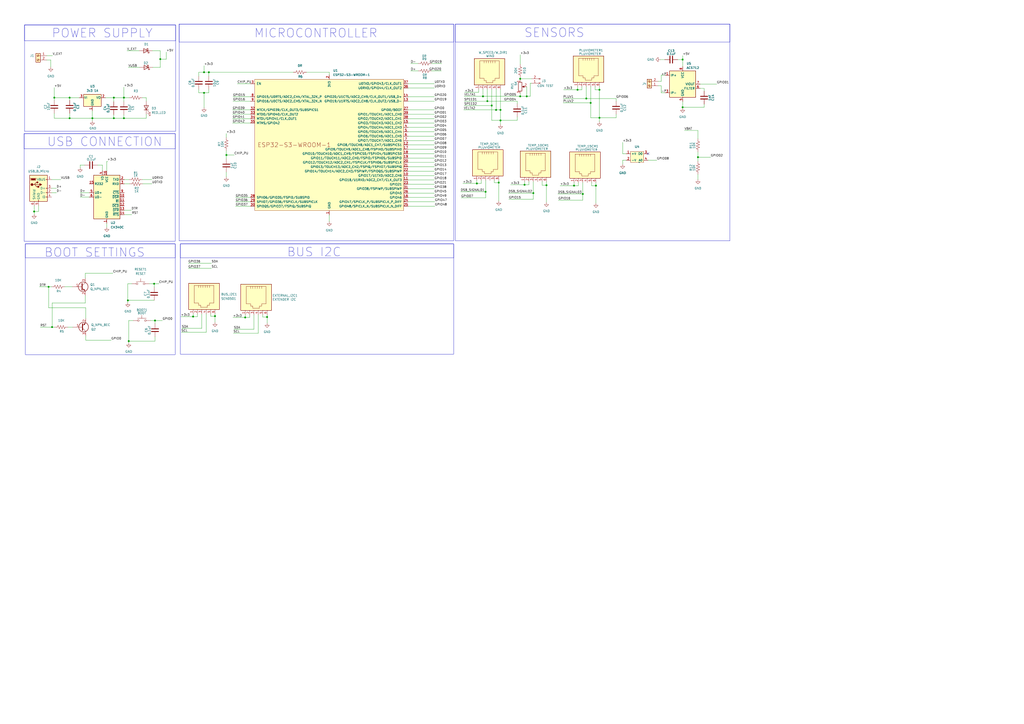
<source format=kicad_sch>
(kicad_sch (version 20230121) (generator eeschema)
  (paper "A2")
  (title_block (title "ESTACION METEOROLOGICA") (rev "V1") (company "iSebas Producciones"))
  (lib_symbols
    (symbol "Connector:6P6C" (pin_names (offset 1.016))
      (property "Reference" "J" (at -5.08 11.43 0))
      (property "Value" "6P6C" (at 2.54 11.43 0))
      (symbol "6P6C_1_1"
        (pin passive line (at 10.16 -5.08 180) (length 2.54) (name "~") (number "1"))
        (pin passive line (at 10.16 -2.54 180) (length 2.54) (name "~") (number "2"))
        (pin passive line (at 10.16 0 180) (length 2.54) (name "~") (number "3"))
        (pin passive line (at 10.16 2.54 180) (length 2.54) (name "~") (number "4"))
        (pin passive line (at 10.16 5.08 180) (length 2.54) (name "~") (number "5"))
        (pin passive line (at 10.16 7.62 180) (length 2.54) (name "~") (number "6"))
      )
    )
    (symbol "Connector:Conn_01x02_Pin" (pin_names (offset 1.016) hide)
      (property "Reference" "J" (at 0 2.54 0))
      (property "Value" "Conn_01x02_Pin" (at 0 -5.08 0))
      (symbol "Conn_01x02_Pin_1_1"
        (pin passive line (at 5.08 0 180) (length 3.81) (name "Pin_1") (number "1"))
        (pin passive line (at 5.08 -2.54 180) (length 3.81) (name "Pin_2") (number "2"))
      )
    )
    (symbol "Connector:Screw_Terminal_01x02" (pin_names (offset 1.016) hide)
      (property "Reference" "J" (at 0 2.54 0))
      (property "Value" "Screw_Terminal_01x02" (at 0 -5.08 0))
      (symbol "Screw_Terminal_01x02_1_1"
        (pin passive line (at -5.08 0 0) (length 3.81) (name "Pin_1") (number "1"))
        (pin passive line (at -5.08 -2.54 0) (length 3.81) (name "Pin_2") (number "2"))
      )
    )
    (symbol "Connector:USB_B_Micro" (pin_names (offset 1.016))
      (property "Reference" "J" (at -5.08 11.43 0))
      (property "Value" "USB_B_Micro" (at -5.08 8.89 0))
      (symbol "USB_B_Micro_1_1"
        (pin power_out line (at 7.62 5.08 180) (length 2.54) (name "VBUS") (number "1"))
        (pin bidirectional line (at 7.62 -2.54 180) (length 2.54) (name "D-") (number "2"))
        (pin bidirectional line (at 7.62 0 180) (length 2.54) (name "D+") (number "3"))
        (pin passive line (at 7.62 -5.08 180) (length 2.54) (name "ID") (number "4"))
        (pin power_out line (at 0 -10.16 90) (length 2.54) (name "GND") (number "5"))
        (pin passive line (at -2.54 -10.16 90) (length 2.54) (name "Shield") (number "6"))
      )
    )
    (symbol "Device:C" (pin_numbers hide) (pin_names (offset 0.254))
      (property "Reference" "C" (at 0.635 2.54 0))
      (property "Value" "C" (at 0.635 -2.54 0))
      (symbol "C_1_1"
        (pin passive line (at 0 3.81 270) (length 2.794) (name "~") (number "1"))
        (pin passive line (at 0 -3.81 90) (length 2.794) (name "~") (number "2"))
      )
    )
    (symbol "Device:D_Schottky" (pin_numbers hide) (pin_names (offset 1.016) hide)
      (property "Reference" "D" (at 0 2.54 0))
      (property "Value" "D_Schottky" (at 0 -2.54 0))
      (symbol "D_Schottky_1_1"
        (pin passive line (at -3.81 0 0) (length 2.54) (name "K") (number "1"))
        (pin passive line (at 3.81 0 180) (length 2.54) (name "A") (number "2"))
      )
    )
    (symbol "Device:LED" (pin_numbers hide) (pin_names (offset 1.016) hide)
      (property "Reference" "D" (at 0 2.54 0))
      (property "Value" "LED" (at 0 -2.54 0))
      (symbol "LED_1_1"
        (pin passive line (at -3.81 0 0) (length 2.54) (name "K") (number "1"))
        (pin passive line (at 3.81 0 180) (length 2.54) (name "A") (number "2"))
      )
    )
    (symbol "Device:Q_NPN_BEC" (pin_names (offset 0) hide)
      (property "Reference" "Q" (at 5.08 1.27 0))
      (property "Value" "Q_NPN_BEC" (at 5.08 -1.27 0))
      (symbol "Q_NPN_BEC_1_1"
        (pin input line (at -5.08 0 0) (length 5.715) (name "B") (number "1"))
        (pin passive line (at 2.54 -5.08 90) (length 2.54) (name "E") (number "2"))
        (pin passive line (at 2.54 5.08 270) (length 2.54) (name "C") (number "3"))
      )
    )
    (symbol "Device:R_Potentiometer" (pin_names (offset 1.016) hide)
      (property "Reference" "RV" (at -4.445 0 90))
      (property "Value" "R_Potentiometer" (at -2.54 0 90))
      (symbol "R_Potentiometer_1_1"
        (pin passive line (at 0 3.81 270) (length 1.27) (name "1") (number "1"))
        (pin passive line (at 3.81 0 180) (length 1.27) (name "2") (number "2"))
        (pin passive line (at 0 -3.81 90) (length 1.27) (name "3") (number "3"))
      )
    )
    (symbol "Device:R_US" (pin_numbers hide) (pin_names (offset 0))
      (property "Reference" "R" (at 2.54 0 90))
      (property "Value" "R_US" (at -2.54 0 90))
      (symbol "R_US_1_1"
        (pin passive line (at 0 3.81 270) (length 1.27) (name "~") (number "1"))
        (pin passive line (at 0 -3.81 90) (length 1.27) (name "~") (number "2"))
      )
    )
    (symbol "ESTACION:SIG2991"
      (property "Reference" "U" (at 0 0 0))
      (symbol "SIG2991_1_1"
        (pin input line (at -6.35 2.54 0) (length 2.54) (name "+V") (number "1"))
        (pin input line (at -6.35 -1.27 0) (length 2.54) (name "-V") (number "2"))
        (pin output line (at 6.35 2.54 180) (length 2.54) (name "D0") (number "3"))
        (pin output line (at 6.35 -1.27 180) (length 2.54) (name "A0") (number "4"))
      )
    )
    (symbol "Interface_USB:CH340C"
      (property "Reference" "U" (at -5.08 13.97 0))
      (property "Value" "CH340C" (at 1.27 13.97 0))
      (symbol "CH340C_1_1"
        (pin power_in line (at 0 -15.24 90) (length 2.54) (name "GND") (number "1"))
        (pin input line (at 10.16 0 180) (length 2.54) (name "~{DSR}") (number "10"))
        (pin input line (at 10.16 -2.54 180) (length 2.54) (name "~{RI}") (number "11"))
        (pin input line (at 10.16 -5.08 180) (length 2.54) (name "~{DCD}") (number "12"))
        (pin output line (at 10.16 -7.62 180) (length 2.54) (name "~{DTR}") (number "13"))
        (pin output line (at 10.16 -10.16 180) (length 2.54) (name "~{RTS}") (number "14"))
        (pin input line (at -10.16 7.62 0) (length 2.54) (name "R232") (number "15"))
        (pin power_in line (at 0 15.24 270) (length 2.54) (name "VCC") (number "16"))
        (pin output line (at 10.16 10.16 180) (length 2.54) (name "TXD") (number "2"))
        (pin input line (at 10.16 7.62 180) (length 2.54) (name "RXD") (number "3"))
        (pin passive line (at -2.54 15.24 270) (length 2.54) (name "V3") (number "4"))
        (pin bidirectional line (at -10.16 2.54 0) (length 2.54) (name "UD+") (number "5"))
        (pin bidirectional line (at -10.16 0 0) (length 2.54) (name "UD-") (number "6"))
        (pin no_connect line (at -7.62 -7.62 0) (length 2.54) hide (name "NC") (number "7"))
        (pin no_connect line (at -7.62 -10.16 0) (length 2.54) hide (name "NC") (number "8"))
        (pin input line (at 10.16 2.54 180) (length 2.54) (name "~{CTS}") (number "9"))
      )
    )
    (symbol "PCM_Espressif:ESP32-S3-WROOM-1" (pin_names (offset 1.016))
      (property "Reference" "U" (at -43.18 43.18 0))
      (property "Value" "ESP32-S3-WROOM-1" (at -43.18 40.64 0))
      (symbol "ESP32-S3-WROOM-1_0_0"
        (text "ESP32-S3-WROOM-1" (at -20.32 0 0) (effects (font (size 2.54 2.54))))
        (pin power_in line (at 0 -40.64 90) (length 2.54) (name "GND") (number "1"))
        (pin bidirectional line (at 45.72 -17.78 180) (length 2.54) (name "GPIO17/U1TXD/ADC2_CH6") (number "10"))
        (pin bidirectional line (at 45.72 -20.32 180) (length 2.54) (name "GPIO18/U1RXD/ADC2_CH7/CLK_OUT3") (number "11"))
        (pin bidirectional line (at 45.72 0 180) (length 2.54) (name "GPIO8/TOUCH8/ADC1_CH7/SUBSPICS1") (number "12"))
        (pin bidirectional line (at 45.72 25.4 180) (length 2.54) (name "GPIO19/U1RTS/ADC2_CH8/CLK_OUT2/USB_D-") (number "13"))
        (pin bidirectional line (at 45.72 27.94 180) (length 2.54) (name "GPIO20/U1CTS/ADC2_CH9/CLK_OUT1/USB_D+") (number "14"))
        (pin bidirectional line (at 45.72 12.7 180) (length 2.54) (name "GPIO3/TOUCH3/ADC1_CH2") (number "15"))
        (pin bidirectional line (at 45.72 -30.48 180) (length 2.54) (name "GPIO46") (number "16"))
        (pin bidirectional line (at 45.72 -2.54 180) (length 2.54) (name "GPIO9/TOUCH9/ADC1_CH8/FSPIHD/SUBSPIHD") (number "17"))
        (pin bidirectional line (at 45.72 -5.08 180) (length 2.54) (name "GPIO10/TOUCH10/ADC1_CH9/FSPICS0/FSPIIO4/SUBSPICS0") (number "18"))
        (pin bidirectional line (at 45.72 -7.62 180) (length 2.54) (name "GPIO11/TOUCH11/ADC2_CH0/FSPID/FSPIIO5/SUBSPID") (number "19"))
        (pin power_in line (at 0 40.64 270) (length 2.54) (name "3V3") (number "2"))
        (pin bidirectional line (at 45.72 -10.16 180) (length 2.54) (name "GPIO12/TOUCH12/ADC2_CH1/FSPICLK/FSPIIO6/SUBSPICLK") (number "20"))
        (pin bidirectional line (at 45.72 -12.7 180) (length 2.54) (name "GPIO13/TOUCH13/ADC2_CH2/FSPIQ/FSPIIO7/SUBSPIQ") (number "21"))
        (pin bidirectional line (at 45.72 -15.24 180) (length 2.54) (name "GPIO14/TOUCH14/ADC2_CH3/FSPIWP/FSPIDQS/SUBSPIWP") (number "22"))
        (pin bidirectional line (at 45.72 -22.86 180) (length 2.54) (name "GPIO21") (number "23"))
        (pin bidirectional line (at 45.72 -33.02 180) (length 2.54) (name "GPIO47/SPICLK_P/SUBSPICLK_P_DIFF") (number "24"))
        (pin bidirectional line (at 45.72 -35.56 180) (length 2.54) (name "GPIO48/SPICLK_N/SUBSPICLK_N_DIFF") (number "25"))
        (pin bidirectional line (at 45.72 -27.94 180) (length 2.54) (name "GPIO45") (number "26"))
        (pin bidirectional line (at 45.72 20.32 180) (length 2.54) (name "GPIO0/BOOT") (number "27"))
        (pin bidirectional line (at -45.72 -30.48 0) (length 2.54) (name "SPIIO6/GPIO35/FSPID/SUBSPID") (number "28"))
        (pin bidirectional line (at -45.72 -33.02 0) (length 2.54) (name "SPIIO7/GPIO36/FSPICLK/SUBSPICLK") (number "29"))
        (pin input line (at -45.72 35.56 0) (length 2.54) (name "EN") (number "3"))
        (pin bidirectional line (at -45.72 -35.56 0) (length 2.54) (name "SPIDQS/GPIO37/FSPIQ/SUBSPIQ") (number "30"))
        (pin bidirectional line (at 45.72 -25.4 180) (length 2.54) (name "GPIO38/FSPIWP/SUBSPIWP") (number "31"))
        (pin bidirectional line (at -45.72 20.32 0) (length 2.54) (name "MTCK/GPIO39/CLK_OUT3/SUBSPICS1") (number "32"))
        (pin bidirectional line (at -45.72 17.78 0) (length 2.54) (name "MTDO/GPIO40/CLK_OUT2") (number "33"))
        (pin bidirectional line (at -45.72 15.24 0) (length 2.54) (name "MTDI/GPIO41/CLK_OUT1") (number "34"))
        (pin bidirectional line (at -45.72 12.7 0) (length 2.54) (name "MTMS/GPIO42") (number "35"))
        (pin bidirectional line (at 45.72 33.02 180) (length 2.54) (name "U0RXD/GPIO44/CLK_OUT2") (number "36"))
        (pin bidirectional line (at 45.72 35.56 180) (length 2.54) (name "U0TXD/GPIO43/CLK_OUT1") (number "37"))
        (pin bidirectional line (at 45.72 15.24 180) (length 2.54) (name "GPIO2/TOUCH2/ADC1_CH1") (number "38"))
        (pin bidirectional line (at 45.72 17.78 180) (length 2.54) (name "GPIO1/TOUCH1/ADC1_CH0") (number "39"))
        (pin bidirectional line (at 45.72 10.16 180) (length 2.54) (name "GPIO4/TOUCH4/ADC1_CH3") (number "4"))
        (pin passive line (at 0 -40.64 90) (length 2.54) hide (name "GND") (number "40"))
        (pin passive line (at 0 -40.64 90) (length 2.54) hide (name "GND") (number "41"))
        (pin bidirectional line (at 45.72 7.62 180) (length 2.54) (name "GPIO5/TOUCH5/ADC1_CH4") (number "5"))
        (pin bidirectional line (at 45.72 5.08 180) (length 2.54) (name "GPIO6/TOUCH6/ADC1_CH5") (number "6"))
        (pin bidirectional line (at 45.72 2.54 180) (length 2.54) (name "GPIO7/TOUCH7/ADC1_CH6") (number "7"))
        (pin bidirectional line (at -45.72 27.94 0) (length 2.54) (name "GPIO15/U0RTS/ADC2_CH4/XTAL_32K_P") (number "8"))
        (pin bidirectional line (at -45.72 25.4 0) (length 2.54) (name "GPIO16/U0CTS/ADC2_CH5/XTAL_32K_N") (number "9"))
      )
    )
    (symbol "Regulator_Linear:AZ1117-3.3" (pin_names (offset 0.254))
      (property "Reference" "U" (at -3.81 3.175 0))
      (property "Value" "AZ1117-3.3" (at 0 3.175 0))
      (symbol "AZ1117-3.3_1_1"
        (pin power_in line (at 0 -7.62 90) (length 2.54) (name "GND") (number "1"))
        (pin power_out line (at 7.62 0 180) (length 2.54) (name "VO") (number "2"))
        (pin power_in line (at -7.62 0 0) (length 2.54) (name "VI") (number "3"))
      )
    )
    (symbol "Sensor_Current:ACS712xLCTR-05B"
      (property "Reference" "U" (at 2.54 11.43 0))
      (property "Value" "ACS712xLCTR-05B" (at 2.54 8.89 0))
      (symbol "ACS712xLCTR-05B_1_1"
        (pin passive line (at -10.16 5.08 0) (length 2.54) (name "IP+") (number "1"))
        (pin passive line (at -10.16 5.08 0) (length 2.54) hide (name "IP+") (number "2"))
        (pin passive line (at -10.16 -5.08 0) (length 2.54) (name "IP-") (number "3"))
        (pin passive line (at -10.16 -5.08 0) (length 2.54) hide (name "IP-") (number "4"))
        (pin power_in line (at 0 -10.16 90) (length 2.54) (name "GND") (number "5"))
        (pin passive line (at 10.16 -2.54 180) (length 2.54) (name "FILTER") (number "6"))
        (pin output line (at 10.16 0 180) (length 2.54) (name "VIOUT") (number "7"))
        (pin power_in line (at 0 10.16 270) (length 2.54) (name "VCC") (number "8"))
      )
    )
    (symbol "Switch:SW_Push" (pin_numbers hide) (pin_names (offset 1.016) hide)
      (property "Reference" "SW" (at 1.27 2.54 0))
      (property "Value" "SW_Push" (at 0 -1.524 0))
      (symbol "SW_Push_0_1"
        (pin passive line (at -5.08 0 0) (length 2.54) (name "1") (number "1"))
        (pin passive line (at 5.08 0 180) (length 2.54) (name "2") (number "2"))
      )
    )
    (symbol "power:GND" (power) (pin_names (offset 0))
      (property "Value" "GND" (at 0 -3.81 0))
      (symbol "GND_1_1"
        (pin power_in line (at 0 0 270) (length 0) hide (name "GND") (number "1"))
      )
    )
  )
  (junction (at 332.994 107.696))
  (junction (at 74.168 174.244))
  (junction (at 40.386 56.642))
  (junction (at 340.106 57.15))
  (junction (at 395.986 62.23))
  (junction (at 304.292 107.188))
  (junction (at 338.074 112.522))
  (junction (at 342.646 59.69))
  (junction (at 142.24 184.15))
  (junction (at 92.964 34.29))
  (junction (at 40.386 68.58))
  (junction (at 118.364 41.91))
  (junction (at 301.752 55.88))
  (junction (at 281.686 111.252))
  (junction (at 124.714 183.388))
  (junction (at 19.812 122.682))
  (junction (at 404.876 91.186))
  (junction (at 305.562 55.88))
  (junction (at 282.702 58.674))
  (junction (at 118.364 53.848))
  (junction (at 316.992 107.442))
  (junction (at 309.372 112.014))
  (junction (at 154.94 183.896))
  (junction (at 131.318 89.916))
  (junction (at 66.04 56.642))
  (junction (at 66.04 68.58))
  (junction (at 31.496 56.642))
  (junction (at 28.194 166.37))
  (junction (at 345.694 107.696))
  (junction (at 89.916 185.928))
  (junction (at 285.242 61.214))
  (junction (at 301.752 45.72))
  (junction (at 289.306 105.918))
  (junction (at 290.322 69.85))
  (junction (at 347.726 52.07))
  (junction (at 290.322 63.754))
  (junction (at 335.026 52.07))
  (junction (at 347.726 68.326))
  (junction (at 276.606 106.426))
  (junction (at 30.226 189.738))
  (junction (at 280.162 55.88))
  (junction (at 89.408 164.592))
  (junction (at 395.986 34.544))
  (junction (at 71.882 56.642))
  (junction (at 74.676 197.866))
  (junction (at 53.594 68.58))
  (junction (at 121.158 41.91))
  (junction (at 287.782 63.754))
  (junction (at 112.014 183.642))
  (junction (at 71.882 68.58))
  (no_connect (at 375.92 89.154))
  (wire (pts (xy 290.322 51.816) (xy 290.322 63.754)))
  (wire (pts (xy 357.378 57.15) (xy 357.378 58.674)))
  (wire (pts (xy 323.596 112.522) (xy 338.074 112.522)))
  (wire (pts (xy 29.464 34.798) (xy 29.464 38.862)))
  (wire (pts (xy 121.158 41.91) (xy 121.158 44.196)))
  (wire (pts (xy 19.812 124.206) (xy 19.812 122.682)))
  (wire (pts (xy 268.478 106.426) (xy 276.606 106.426)))
  (wire (pts (xy 66.04 68.58) (xy 66.04 66.548)))
  (wire (pts (xy 49.784 178.562) (xy 28.194 178.562)))
  (wire (pts (xy 72.136 106.68) (xy 75.184 106.68)))
  (wire (pts (xy 290.322 63.754) (xy 290.322 69.85)))
  (wire (pts (xy 361.188 92.964) (xy 361.188 95.25)))
  (wire (pts (xy 118.364 38.1) (xy 118.364 41.91)))
  (wire (pts (xy 269.494 53.594) (xy 277.622 53.594)))
  (wire (pts (xy 31.496 56.642) (xy 31.496 58.166)))
  (wire (pts (xy 134.874 66.294) (xy 145.288 66.294)))
  (wire (pts (xy 342.646 59.69) (xy 342.646 68.326)))
  (wire (pts (xy 88.392 29.464) (xy 92.964 29.464)))
  (wire (pts (xy 304.292 105.41) (xy 304.292 107.188)))
  (wire (pts (xy 114.554 182.118) (xy 114.554 183.642)))
  (wire (pts (xy 119.634 182.118) (xy 119.634 192.786)))
  (wire (pts (xy 28.194 178.562) (xy 28.194 166.37)))
  (wire (pts (xy 307.594 48.26) (xy 307.594 55.88)))
  (wire (pts (xy 115.316 53.848) (xy 118.364 53.848)))
  (wire (pts (xy 309.372 112.014) (xy 309.372 115.57)))
  (wire (pts (xy 29.972 104.14) (xy 35.306 104.14)))
  (wire (pts (xy 49.53 158.496) (xy 65.532 158.496)))
  (wire (pts (xy 282.702 58.674) (xy 299.974 58.674)))
  (wire (pts (xy 27.178 34.798) (xy 29.464 34.798)))
  (wire (pts (xy 347.726 50.292) (xy 347.726 52.07)))
  (wire (pts (xy 89.916 185.928) (xy 89.916 187.706)))
  (wire (pts (xy 121.158 53.848) (xy 121.158 51.816)))
  (wire (pts (xy 137.668 48.514) (xy 145.288 48.514)))
  (wire (pts (xy 19.812 119.38) (xy 19.812 122.682)))
  (wire (pts (xy 236.728 84.074) (xy 251.968 84.074)))
  (wire (pts (xy 84.836 56.642) (xy 84.836 58.674)))
  (wire (pts (xy 144.78 182.626) (xy 144.78 184.15)))
  (wire (pts (xy 269.24 58.674) (xy 282.702 58.674)))
  (wire (pts (xy 45.974 56.642) (xy 40.386 56.642)))
  (wire (pts (xy 236.728 101.854) (xy 251.968 101.854)))
  (wire (pts (xy 347.726 52.07) (xy 347.726 68.326)))
  (wire (pts (xy 131.318 89.916) (xy 131.318 92.202)))
  (wire (pts (xy 134.874 71.374) (xy 145.288 71.374)))
  (wire (pts (xy 82.804 106.68) (xy 88.138 106.68)))
  (wire (pts (xy 250.19 36.83) (xy 256.286 36.83)))
  (wire (pts (xy 136.652 114.554) (xy 145.288 114.554)))
  (wire (pts (xy 152.4 183.896) (xy 154.94 183.896)))
  (wire (pts (xy 286.766 104.648) (xy 286.766 105.918)))
  (wire (pts (xy 301.752 54.102) (xy 301.752 55.88)))
  (wire (pts (xy 46.482 111.76) (xy 51.816 111.76)))
  (wire (pts (xy 301.752 31.75) (xy 301.752 37.338)))
  (wire (pts (xy 71.882 56.642) (xy 71.882 58.928)))
  (wire (pts (xy 236.728 119.634) (xy 252.222 119.634)))
  (wire (pts (xy 276.606 104.648) (xy 276.606 106.426)))
  (wire (pts (xy 49.022 95.758) (xy 46.482 95.758)))
  (wire (pts (xy 124.714 183.388) (xy 124.714 186.944)))
  (wire (pts (xy 342.646 50.292) (xy 342.646 59.69)))
  (wire (pts (xy 337.566 52.07) (xy 335.026 52.07)))
  (wire (pts (xy 136.652 117.094) (xy 145.288 117.094)))
  (wire (pts (xy 122.174 183.388) (xy 124.714 183.388)))
  (wire (pts (xy 375.92 92.964) (xy 381 92.964)))
  (wire (pts (xy 326.898 52.07) (xy 335.026 52.07)))
  (wire (pts (xy 30.48 32.258) (xy 27.178 32.258)))
  (wire (pts (xy 309.372 105.41) (xy 309.372 112.014)))
  (wire (pts (xy 301.752 45.72) (xy 301.752 46.482)))
  (wire (pts (xy 363.22 89.154) (xy 361.188 89.154)))
  (wire (pts (xy 395.986 58.928) (xy 395.986 62.23)))
  (wire (pts (xy 337.566 50.292) (xy 337.566 52.07)))
  (wire (pts (xy 307.594 55.88) (xy 305.562 55.88)))
  (wire (pts (xy 308.356 48.26) (xy 307.594 48.26)))
  (wire (pts (xy 343.154 105.918) (xy 343.154 107.696)))
  (wire (pts (xy 49.784 194.818) (xy 49.784 197.358)))
  (wire (pts (xy 77.216 185.928) (xy 74.676 185.928)))
  (wire (pts (xy 282.702 51.816) (xy 282.702 58.674)))
  (wire (pts (xy 49.784 197.358) (xy 64.516 197.358)))
  (wire (pts (xy 30.226 175.768) (xy 30.226 189.738)))
  (wire (pts (xy 72.136 121.92) (xy 76.2 121.92)))
  (wire (pts (xy 383.032 34.544) (xy 385.572 34.544)))
  (wire (pts (xy 335.026 50.292) (xy 335.026 52.07)))
  (wire (pts (xy 236.728 63.754) (xy 251.968 63.754)))
  (wire (pts (xy 305.562 55.88) (xy 301.752 55.88)))
  (wire (pts (xy 112.014 182.118) (xy 112.014 183.642)))
  (wire (pts (xy 109.22 155.702) (xy 122.682 155.702)))
  (wire (pts (xy 74.168 174.244) (xy 74.168 175.514)))
  (wire (pts (xy 236.728 91.694) (xy 251.968 91.694)))
  (wire (pts (xy 381.762 49.784) (xy 383.54 49.784)))
  (wire (pts (xy 109.22 152.654) (xy 122.682 152.654)))
  (wire (pts (xy 131.318 87.376) (xy 131.318 89.916)))
  (wire (pts (xy 29.972 109.22) (xy 32.766 109.22)))
  (wire (pts (xy 299.974 69.85) (xy 290.322 69.85)))
  (wire (pts (xy 74.168 174.244) (xy 89.408 174.244)))
  (wire (pts (xy 236.728 109.474) (xy 251.968 109.474)))
  (wire (pts (xy 287.782 51.816) (xy 287.782 63.754)))
  (wire (pts (xy 71.882 56.642) (xy 74.93 56.642)))
  (wire (pts (xy 281.686 111.252) (xy 281.686 114.808)))
  (wire (pts (xy 345.694 107.696) (xy 345.694 117.856)))
  (wire (pts (xy 395.986 62.23) (xy 395.986 62.738)))
  (wire (pts (xy 236.728 48.514) (xy 251.968 48.514)))
  (wire (pts (xy 236.728 104.394) (xy 251.968 104.394)))
  (wire (pts (xy 115.316 53.848) (xy 115.316 51.816)))
  (wire (pts (xy 342.646 68.326) (xy 347.726 68.326)))
  (wire (pts (xy 89.408 164.592) (xy 89.408 166.624)))
  (wire (pts (xy 136.652 119.634) (xy 145.288 119.634)))
  (wire (pts (xy 316.992 105.41) (xy 316.992 107.442)))
  (wire (pts (xy 287.782 63.754) (xy 290.322 63.754)))
  (wire (pts (xy 86.614 164.592) (xy 89.408 164.592)))
  (wire (pts (xy 135.128 58.674) (xy 145.288 58.674)))
  (wire (pts (xy 408.432 60.452) (xy 408.432 62.23)))
  (wire (pts (xy 383.54 49.784) (xy 383.54 53.848)))
  (wire (pts (xy 74.676 185.928) (xy 74.676 197.866)))
  (wire (pts (xy 92.964 34.29) (xy 96.52 34.29)))
  (wire (pts (xy 82.55 104.14) (xy 88.138 104.14)))
  (wire (pts (xy 135.128 56.134) (xy 145.288 56.134)))
  (wire (pts (xy 177.8 41.91) (xy 191.008 41.91)))
  (wire (pts (xy 236.728 117.094) (xy 252.222 117.094)))
  (wire (pts (xy 236.728 71.374) (xy 251.968 71.374)))
  (wire (pts (xy 40.386 56.642) (xy 40.386 58.166)))
  (wire (pts (xy 236.728 112.014) (xy 251.968 112.014)))
  (wire (pts (xy 404.876 91.186) (xy 404.876 93.472)))
  (wire (pts (xy 404.876 75.692) (xy 404.876 80.518)))
  (wire (pts (xy 286.766 105.918) (xy 289.306 105.918)))
  (wire (pts (xy 408.432 62.23) (xy 395.986 62.23)))
  (wire (pts (xy 28.194 166.37) (xy 29.972 166.37)))
  (wire (pts (xy 323.85 116.078) (xy 338.074 116.078)))
  (wire (pts (xy 147.32 182.626) (xy 147.32 191.008)))
  (wire (pts (xy 135.382 193.294) (xy 149.86 193.294)))
  (wire (pts (xy 117.094 182.118) (xy 117.094 190.5)))
  (wire (pts (xy 66.04 68.58) (xy 71.882 68.58)))
  (wire (pts (xy 338.074 105.918) (xy 338.074 112.522)))
  (wire (pts (xy 49.53 171.45) (xy 49.53 175.768)))
  (wire (pts (xy 406.146 51.308) (xy 408.432 51.308)))
  (wire (pts (xy 289.306 105.918) (xy 289.306 116.586)))
  (wire (pts (xy 61.976 129.54) (xy 61.976 131.826)))
  (wire (pts (xy 238.252 41.148) (xy 242.57 41.148)))
  (wire (pts (xy 285.242 51.816) (xy 285.242 61.214)))
  (wire (pts (xy 395.986 34.544) (xy 395.986 38.608)))
  (wire (pts (xy 345.186 52.07) (xy 347.726 52.07)))
  (wire (pts (xy 324.866 107.696) (xy 332.994 107.696)))
  (wire (pts (xy 152.4 182.626) (xy 152.4 183.896)))
  (wire (pts (xy 267.462 114.808) (xy 281.686 114.808)))
  (wire (pts (xy 61.214 56.642) (xy 66.04 56.642)))
  (wire (pts (xy 343.154 107.696) (xy 345.694 107.696)))
  (wire (pts (xy 236.728 76.454) (xy 251.968 76.454)))
  (wire (pts (xy 290.322 69.85) (xy 290.322 72.136)))
  (wire (pts (xy 23.368 189.738) (xy 30.226 189.738)))
  (wire (pts (xy 406.146 48.768) (xy 415.798 48.768)))
  (wire (pts (xy 89.916 195.326) (xy 89.916 197.866)))
  (wire (pts (xy 22.352 122.682) (xy 22.352 119.38)))
  (wire (pts (xy 121.158 41.91) (xy 170.18 41.91)))
  (wire (pts (xy 82.55 56.642) (xy 84.836 56.642)))
  (wire (pts (xy 381.762 47.244) (xy 383.54 47.244)))
  (wire (pts (xy 53.594 68.58) (xy 66.04 68.58)))
  (wire (pts (xy 397.002 75.692) (xy 404.876 75.692)))
  (wire (pts (xy 236.728 89.154) (xy 251.968 89.154)))
  (wire (pts (xy 395.986 32.258) (xy 395.986 34.544)))
  (wire (pts (xy 49.53 161.29) (xy 49.53 158.496)))
  (wire (pts (xy 92.964 29.464) (xy 92.964 34.29)))
  (wire (pts (xy 404.876 88.138) (xy 404.876 91.186)))
  (wire (pts (xy 281.686 104.648) (xy 281.686 111.252)))
  (wire (pts (xy 363.22 92.964) (xy 361.188 92.964)))
  (wire (pts (xy 73.66 29.464) (xy 80.772 29.464)))
  (wire (pts (xy 53.594 68.58) (xy 53.594 70.104)))
  (wire (pts (xy 191.008 41.91) (xy 191.008 43.434)))
  (wire (pts (xy 277.622 51.816) (xy 277.622 53.594)))
  (wire (pts (xy 76.454 164.592) (xy 74.168 164.592)))
  (wire (pts (xy 301.752 44.958) (xy 301.752 45.72)))
  (wire (pts (xy 135.636 191.008) (xy 147.32 191.008)))
  (wire (pts (xy 105.156 192.786) (xy 119.634 192.786)))
  (wire (pts (xy 340.106 57.15) (xy 357.378 57.15)))
  (wire (pts (xy 46.482 95.758) (xy 46.482 97.282)))
  (wire (pts (xy 124.714 182.118) (xy 124.714 183.388)))
  (wire (pts (xy 19.812 122.682) (xy 22.352 122.682)))
  (wire (pts (xy 72.136 104.14) (xy 74.93 104.14)))
  (wire (pts (xy 357.378 66.294) (xy 357.378 68.326)))
  (wire (pts (xy 299.974 58.674) (xy 299.974 60.198)))
  (wire (pts (xy 142.24 182.626) (xy 142.24 184.15)))
  (wire (pts (xy 105.41 190.5) (xy 117.094 190.5)))
  (wire (pts (xy 236.728 106.934) (xy 251.968 106.934)))
  (wire (pts (xy 404.876 91.186) (xy 412.242 91.186)))
  (wire (pts (xy 306.832 107.188) (xy 304.292 107.188)))
  (wire (pts (xy 144.78 184.15) (xy 142.24 184.15)))
  (wire (pts (xy 335.534 105.918) (xy 335.534 107.696)))
  (wire (pts (xy 383.54 43.688) (xy 385.826 43.688)))
  (wire (pts (xy 31.496 65.786) (xy 31.496 68.58)))
  (wire (pts (xy 149.86 182.626) (xy 149.86 193.294)))
  (wire (pts (xy 134.874 63.754) (xy 145.288 63.754)))
  (wire (pts (xy 345.694 105.918) (xy 345.694 107.696)))
  (wire (pts (xy 122.174 182.118) (xy 122.174 183.388)))
  (wire (pts (xy 250.19 41.148) (xy 256.032 41.148)))
  (wire (pts (xy 361.188 82.55) (xy 361.188 89.154)))
  (wire (pts (xy 131.318 99.822) (xy 131.318 102.616)))
  (wire (pts (xy 236.728 73.914) (xy 251.968 73.914)))
  (wire (pts (xy 46.482 114.3) (xy 51.816 114.3)))
  (wire (pts (xy 236.728 94.234) (xy 251.968 94.234)))
  (wire (pts (xy 301.752 45.72) (xy 308.356 45.72)))
  (wire (pts (xy 236.728 114.554) (xy 251.968 114.554)))
  (wire (pts (xy 236.728 51.054) (xy 251.968 51.054)))
  (wire (pts (xy 408.432 51.308) (xy 408.432 52.832)))
  (wire (pts (xy 131.318 89.916) (xy 135.89 89.916)))
  (wire (pts (xy 40.386 65.786) (xy 40.386 68.58)))
  (wire (pts (xy 39.37 189.738) (xy 42.164 189.738)))
  (wire (pts (xy 279.146 104.648) (xy 279.146 106.426)))
  (wire (pts (xy 114.554 183.642) (xy 112.014 183.642)))
  (wire (pts (xy 305.562 50.292) (xy 305.562 55.88)))
  (wire (pts (xy 89.916 185.928) (xy 94.234 185.928)))
  (wire (pts (xy 154.94 183.896) (xy 154.94 187.452)))
  (wire (pts (xy 236.728 58.674) (xy 251.968 58.674)))
  (wire (pts (xy 62.23 93.726) (xy 61.976 93.726)))
  (wire (pts (xy 84.836 68.58) (xy 71.882 68.58)))
  (wire (pts (xy 61.976 93.726) (xy 61.976 99.06)))
  (wire (pts (xy 118.364 53.848) (xy 118.364 62.484)))
  (wire (pts (xy 74.168 164.592) (xy 74.168 174.244)))
  (wire (pts (xy 347.726 68.326) (xy 347.726 70.612)))
  (wire (pts (xy 236.728 66.294) (xy 251.968 66.294)))
  (wire (pts (xy 326.644 57.15) (xy 340.106 57.15)))
  (wire (pts (xy 89.408 164.592) (xy 92.202 164.592)))
  (wire (pts (xy 306.832 105.41) (xy 306.832 107.188)))
  (wire (pts (xy 236.728 86.614) (xy 251.968 86.614)))
  (wire (pts (xy 296.164 107.188) (xy 304.292 107.188)))
  (wire (pts (xy 285.242 61.214) (xy 285.242 69.85)))
  (wire (pts (xy 383.54 47.244) (xy 383.54 43.688)))
  (wire (pts (xy 131.318 77.47) (xy 131.318 79.756)))
  (wire (pts (xy 142.24 184.15) (xy 135.128 184.15)))
  (wire (pts (xy 71.882 68.58) (xy 71.882 66.548)))
  (wire (pts (xy 289.306 104.648) (xy 289.306 105.918)))
  (wire (pts (xy 338.074 112.522) (xy 338.074 116.078)))
  (wire (pts (xy 49.784 184.658) (xy 49.784 178.562)))
  (wire (pts (xy 59.436 95.758) (xy 56.642 95.758)))
  (wire (pts (xy 40.386 68.58) (xy 53.594 68.58)))
  (wire (pts (xy 357.378 68.326) (xy 347.726 68.326)))
  (wire (pts (xy 269.24 55.88) (xy 280.162 55.88)))
  (wire (pts (xy 62.23 93.472) (xy 62.23 93.726)))
  (wire (pts (xy 118.364 53.848) (xy 121.158 53.848)))
  (wire (pts (xy 87.376 185.928) (xy 89.916 185.928)))
  (wire (pts (xy 268.986 63.754) (xy 287.782 63.754)))
  (wire (pts (xy 280.162 51.816) (xy 280.162 55.88)))
  (wire (pts (xy 280.162 55.88) (xy 301.752 55.88)))
  (wire (pts (xy 340.106 50.292) (xy 340.106 57.15)))
  (wire (pts (xy 236.728 81.534) (xy 251.968 81.534)))
  (wire (pts (xy 71.882 50.546) (xy 71.882 56.642)))
  (wire (pts (xy 31.496 50.8) (xy 31.496 56.642)))
  (wire (pts (xy 236.728 68.834) (xy 251.968 68.834)))
  (wire (pts (xy 236.728 99.314) (xy 251.968 99.314)))
  (wire (pts (xy 66.04 56.642) (xy 66.04 58.928)))
  (wire (pts (xy 314.452 105.41) (xy 314.452 107.442)))
  (wire (pts (xy 22.86 166.37) (xy 28.194 166.37)))
  (wire (pts (xy 115.316 41.91) (xy 115.316 44.196)))
  (wire (pts (xy 314.452 107.442) (xy 316.992 107.442)))
  (wire (pts (xy 118.364 41.91) (xy 121.158 41.91)))
  (wire (pts (xy 92.964 34.29) (xy 92.964 39.116)))
  (wire (pts (xy 72.136 124.46) (xy 76.454 124.46)))
  (wire (pts (xy 299.974 67.818) (xy 299.974 69.85)))
  (wire (pts (xy 74.422 39.116) (xy 81.026 39.116)))
  (wire (pts (xy 53.594 64.262) (xy 53.594 68.58)))
  (wire (pts (xy 236.728 96.774) (xy 251.968 96.774)))
  (wire (pts (xy 285.242 69.85) (xy 290.322 69.85)))
  (wire (pts (xy 279.146 106.426) (xy 276.606 106.426)))
  (wire (pts (xy 37.592 166.37) (xy 41.91 166.37)))
  (wire (pts (xy 30.226 189.738) (xy 31.75 189.738)))
  (wire (pts (xy 112.014 183.642) (xy 104.902 183.642)))
  (wire (pts (xy 332.994 107.696) (xy 335.534 107.696)))
  (wire (pts (xy 236.728 56.134) (xy 251.968 56.134)))
  (wire (pts (xy 345.186 50.292) (xy 345.186 52.07)))
  (wire (pts (xy 154.94 182.626) (xy 154.94 183.896)))
  (wire (pts (xy 49.53 175.768) (xy 30.226 175.768)))
  (wire (pts (xy 269.24 61.214) (xy 285.242 61.214)))
  (wire (pts (xy 332.994 105.918) (xy 332.994 107.696)))
  (wire (pts (xy 404.876 101.092) (xy 404.876 104.14)))
  (wire (pts (xy 295.148 115.57) (xy 309.372 115.57)))
  (wire (pts (xy 84.836 66.294) (xy 84.836 68.58)))
  (wire (pts (xy 393.192 34.544) (xy 395.986 34.544)))
  (wire (pts (xy 326.644 59.69) (xy 342.646 59.69)))
  (wire (pts (xy 238.252 36.83) (xy 242.57 36.83)))
  (wire (pts (xy 31.496 68.58) (xy 40.386 68.58)))
  (wire (pts (xy 236.728 78.994) (xy 251.968 78.994)))
  (wire (pts (xy 66.04 56.642) (xy 71.882 56.642)))
  (wire (pts (xy 191.008 124.714) (xy 191.008 128.524)))
  (wire (pts (xy 74.676 197.866) (xy 74.676 198.882)))
  (wire (pts (xy 383.54 53.848) (xy 385.826 53.848)))
  (wire (pts (xy 134.874 68.834) (xy 145.288 68.834)))
  (wire (pts (xy 74.676 197.866) (xy 89.916 197.866)))
  (wire (pts (xy 96.52 30.226) (xy 96.52 34.29)))
  (wire (pts (xy 316.992 107.442) (xy 316.992 117.348)))
  (wire (pts (xy 40.386 56.642) (xy 31.496 56.642)))
  (wire (pts (xy 92.964 39.116) (xy 88.646 39.116)))
  (wire (pts (xy 29.972 111.76) (xy 32.766 111.76)))
  (wire (pts (xy 115.316 41.91) (xy 118.364 41.91)))
  (wire (pts (xy 267.208 111.252) (xy 281.686 111.252)))
  (wire (pts (xy 294.894 112.014) (xy 309.372 112.014)))
  (wire (pts (xy 59.436 99.06) (xy 59.436 95.758)))
  (rectangle (start 264.16 13.97) (end 423.418 24.384))
  (rectangle (start 103.886 13.97) (end 263.144 24.384))
  (rectangle (start 104.648 141.478) (end 263.144 149.606))
  (rectangle (start 264.16 13.97) (end 423.418 139.7))
  (rectangle (start 14.224 14.478) (end 101.854 23.622))
  (rectangle (start 14.732 141.478) (end 101.6 205.74))
  (rectangle (start 14.224 14.478) (end 101.854 76.2))
  (rectangle (start 13.97 77.47) (end 101.6 86.36))
  (rectangle (start 104.648 141.478) (end 263.144 205.486))
  (rectangle (start 103.886 13.97) (end 263.144 139.7))
  (rectangle (start 13.97 77.47) (end 101.6 139.954))
  (rectangle (start 14.732 141.478) (end 101.6 149.606))
  (text "BUS I2C" (at 166.37 149.352 0) (effects (font (size 5.08 5.08)) (justify left bottom)))
  (text "BOOT SETTINGS" (at 25.654 149.606 0) (effects (font (size 5.08 5.08)) (justify left bottom)))
  (text "SENSORS\n" (at 304.038 22.098 0) (effects (font (size 5.08 5.08)) (justify left bottom)))
  (text "USB CONNECTION" (at 27.178 85.344 0) (effects (font (size 5.08 5.08)) (justify left bottom)))
  (text "MICROCONTROLLER" (at 147.32 22.352 0) (effects (font (size 5.08 5.08)) (justify left bottom)))
  (text "POWER SUPPLY" (at 29.972 22.352 0) (effects (font (size 5.08 5.08)) (justify left bottom)))
  (label "GPIO20" (at 256.032 41.148 180))
  (label "+3v3" (at 268.478 106.426 0))
  (label "+3v3" (at 324.866 107.696 0))
  (label "GPIO40" (at 134.874 66.294 0))
  (label "GPIO08" (at 251.968 84.074 0))
  (label "GPIO19" (at 256.286 36.83 180))
  (label "VUSB" (at 35.306 104.14 0))
  (label "GPIO38" (at 251.968 109.474 0))
  (label "GPIO05" (at 251.968 76.454 0))
  (label "D-" (at 46.482 114.3 0))
  (label "GPIO07" (at 251.968 81.534 0))
  (label "U0TXD" (at 88.138 106.68 0))
  (label "CHIP_PU" (at 135.89 89.916 0))
  (label "+3v3" (at 118.364 38.1 0))
  (label "GPIO18" (at 251.968 104.394 0))
  (label "GPIO19" (at 251.968 58.674 0))
  (label "+3v3" (at 301.752 31.75 0))
  (label "DSB_SIGNAL01" (at 267.208 111.252 0))
  (label "GPIO08" (at 381 92.964 0))
  (label "GPIO42" (at 134.874 71.374 0))
  (label "GPIO17" (at 251.968 101.854 0))
  (label "V_EXT" (at 30.48 32.258 0))
  (label "CHIP_PU" (at 92.202 164.592 0))
  (label "VELTA2" (at 268.986 63.754 0))
  (label "U0TXD" (at 251.968 48.514 0))
  (label "+3v3" (at 135.128 184.15 0))
  (label "U0RXD" (at 251.968 51.054 0))
  (label "D-" (at 32.766 111.76 0))
  (label "RST" (at 23.368 189.738 0))
  (label "SCL" (at 122.682 155.702 0))
  (label "+3v3" (at 361.188 82.55 0))
  (label "GPIO05" (at 299.466 55.88 180))
  (label "GPIO21" (at 251.968 106.934 0))
  (label "+3v3" (at 326.898 52.07 0))
  (label "GPIO41" (at 134.874 68.834 0))
  (label "GPIO0" (at 251.968 63.754 0))
  (label "D+" (at 32.766 109.22 0))
  (label "GPIO09" (at 251.968 86.614 0))
  (label "GPIO49" (at 251.968 114.554 0))
  (label "GPIO35" (at 136.652 114.554 0))
  (label "GPIO13" (at 251.968 96.774 0))
  (label "GPIO16" (at 135.128 58.674 0))
  (label "GPIO20" (at 251.968 56.134 0))
  (label "+3v3" (at 62.23 93.472 0))
  (label "RST" (at 76.454 124.46 0))
  (label "CHIP_PU" (at 137.668 48.514 0))
  (label "+5V" (at 31.496 50.8 0))
  (label "GPIO37" (at 136.652 119.634 0))
  (label "+3v3" (at 296.164 107.188 0))
  (label "GPIO01" (at 415.798 48.768 0))
  (label "GPIO02" (at 412.242 91.186 0))
  (label "SDA" (at 122.682 152.654 0))
  (label "+3v3" (at 71.882 50.546 0))
  (label "GPIO06" (at 357.378 57.15 0))
  (label "GPIO16" (at 323.85 116.078 0))
  (label "PLUV1" (at 326.644 57.15 0))
  (label "PLUV2" (at 326.644 59.69 0))
  (label "GPIO36" (at 109.22 152.654 0))
  (label "GPIO07" (at 267.462 114.808 0))
  (label "DTR" (at 76.2 121.92 0))
  (label "GPIO47" (at 252.222 117.094 0))
  (label "+P" (at 383.54 43.942 0))
  (label "GPIO37" (at 109.22 155.702 0))
  (label "SCL" (at 105.156 192.786 0))
  (label "VUSB" (at 74.422 39.116 0))
  (label "GPIO04" (at 251.968 73.914 0))
  (label "D+" (at 46.482 111.76 0))
  (label "U0RXD" (at 88.138 104.14 0))
  (label "GPIO0" (at 64.516 197.358 0))
  (label "GPIO02" (at 251.968 68.834 0))
  (label "SPEED1" (at 269.24 58.674 0))
  (label "V_EXT" (at 73.66 29.464 0))
  (label "D+" (at 238.252 41.148 0))
  (label "VELTA1" (at 269.24 55.88 0))
  (label "GPIO06" (at 251.968 78.994 0))
  (label "+3v3" (at 131.318 77.47 0))
  (label "DTR" (at 22.86 166.37 0))
  (label "GPIO45" (at 251.968 112.014 0))
  (label "GPIO15" (at 135.128 56.134 0))
  (label "GPIO39" (at 134.874 63.754 0))
  (label "GPIO10" (at 251.968 89.154 0))
  (label "SDA" (at 135.636 191.008 0))
  (label "GPIO15" (at 295.148 115.57 0))
  (label "VBAT" (at 397.002 75.692 0))
  (label "+3v3" (at 269.494 53.594 0))
  (label "+5V" (at 96.52 30.226 0))
  (label "GPIO04" (at 292.354 58.674 0))
  (label "GPIO48" (at 252.222 119.634 0))
  (label "DSB_SIGNAL02" (at 294.894 112.014 0))
  (label "SDA" (at 105.41 190.5 0))
  (label "GPIO0" (at 94.234 185.928 0))
  (label "D-" (at 238.252 36.83 0))
  (label "GPIO14" (at 251.968 99.314 0))
  (label "GPIO03" (at 251.968 71.374 0))
  (label "DSB_SIGNAL03" (at 323.596 112.522 0))
  (label "+3v3" (at 104.902 183.642 0))
  (label "GPIO36" (at 136.652 117.094 0))
  (label "+5V" (at 395.986 32.258 0))
  (label "CHIP_PU" (at 65.532 158.496 0))
  (label "SPEED2" (at 269.24 61.214 0))
  (label "SCL" (at 135.382 193.294 0))
  (label "GPIO01" (at 251.968 66.294 0))
  (label "-P" (at 383.54 53.848 0))
  (label "GPIO12" (at 251.968 94.234 0))
  (label "GPIO11" (at 251.968 91.694 0))
  (symbol (lib_id "Device:C") (at 389.382 34.544 90) (unit 1)
    (property "Reference" "C13" (at 389.382 29.464 90))
    (property "Value" "0.1uF" (at 389.382 31.242 90))
    (property "Footprint" "Capacitor_SMD:C_0805_2012Metric_Pad1.18x1.45mm_HandSolder" (effects hide))
  )
  (symbol (lib_id "power:GND") (at 395.986 62.738 0) (unit 1)
    (property "Reference" "#PWR019" (effects hide))
    (property "Value" "GND" (at 395.986 67.818 0))
  )
  (symbol (lib_id "Device:R_US") (at 35.56 189.738 90) (unit 1)
    (property "Reference" "R5" (at 35.814 192.278 90))
    (property "Value" "10K" (at 35.56 185.928 90))
    (property "Footprint" "Resistor_SMD:R_0805_2012Metric" (effects hide))
  )
  (symbol (lib_id "power:GND") (at 191.008 128.524 0) (unit 1)
    (property "Reference" "#PWR01" (effects hide))
    (property "Value" "GND" (at 191.008 133.604 0))
  )
  (symbol (lib_id "Connector:Conn_01x02_Pin") (at 313.436 48.26 180) (unit 1)
    (property "Reference" "J3" (at 314.198 46.99 0) (effects (justify right)))
    (property "Value" "CON TEST" (at 311.658 49.784 0) (effects (justify right)))
    (property "Footprint" "Connector_PinHeader_2.54mm:PinHeader_1x02_P2.54mm_Vertical" (effects hide))
  )
  (symbol (lib_id "Connector:6P6C") (at 340.106 40.132 270) (unit 1)
    (property "Reference" "PLUVIOMETER1" (at 335.788 29.21 90) (effects (justify left)))
    (property "Value" "PLUVIOMETER" (at 335.788 31.242 90) (effects (justify left)))
    (property "Footprint" "Connector_RJ:RJ25_Wayconn_MJEA-660X1_Horizontal" (effects hide))
    (property "Datasheet" "https://www.sigmaelectronica.net/producto/6p6c/" (effects hide))
  )
  (symbol (lib_id "power:GND") (at 316.992 117.348 0) (unit 1)
    (property "Reference" "#PWR016" (effects hide))
    (property "Value" "GND" (at 316.992 122.428 0))
  )
  (symbol (lib_id "PCM_Espressif:ESP32-S3-WROOM-1") (at 191.008 84.074 0) (unit 1)
    (property "Reference" "U1" (at 193.2021 40.894 0) (effects (justify left)))
    (property "Value" "ESP32-S3-WROOM-1" (at 193.2021 43.434 0) (effects (justify left)))
    (property "Footprint" "PCM_Espressif:ESP32-S3-WROOM-1" (effects hide))
    (property "Datasheet" "https://www.espressif.com/sites/default/files/documentation/esp32-s3-wroom-1_wroom-1u_datasheet_en.pdf" (effects hide))
  )
  (symbol (lib_id "power:GND") (at 345.694 117.856 0) (unit 1)
    (property "Reference" "#PWR017" (effects hide))
    (property "Value" "GND" (at 345.694 122.936 0))
  )
  (symbol (lib_id "Device:C") (at 52.832 95.758 90) (unit 1)
    (property "Reference" "C1" (at 52.832 90.678 90))
    (property "Value" "0.1uF" (at 53.086 92.456 90))
    (property "Footprint" "Capacitor_SMD:C_0805_2012Metric_Pad1.18x1.45mm_HandSolder" (effects hide))
  )
  (symbol (lib_id "Switch:SW_Push") (at 81.534 164.592 0) (unit 1)
    (property "Reference" "RESET1" (at 81.534 156.21 0))
    (property "Value" "RESET" (at 81.534 158.75 0))
    (property "Footprint" "Button_Switch_SMD:SW_Tactile_SPST_NO_Straight_CK_PTS636Sx25SMTRLFS" (effects hide))
  )
  (symbol (lib_id "Device:C") (at 89.408 170.434 180) (unit 1)
    (property "Reference" "C7" (at 84.328 170.434 90))
    (property "Value" "0.1uF" (at 86.106 170.434 90))
    (property "Footprint" "Capacitor_SMD:C_0805_2012Metric_Pad1.18x1.45mm_HandSolder" (effects hide))
  )
  (symbol (lib_id "power:GND") (at 383.032 34.544 270) (unit 1)
    (property "Reference" "#PWR020" (effects hide))
    (property "Value" "GND" (at 379.476 34.544 90) (effects (justify right)))
  )
  (symbol (lib_id "Device:R_US") (at 131.318 83.566 180) (unit 1)
    (property "Reference" "R7" (at 127.254 83.566 90))
    (property "Value" "10K" (at 129.032 83.566 90))
    (property "Footprint" "Resistor_SMD:R_0805_2012Metric" (effects hide))
  )
  (symbol (lib_id "ESTACION:SIG2991") (at 369.57 91.694 0) (unit 1)
    (property "Reference" "U4" (at 369.57 85.09 0))
    (property "Value" "~" (at 370.84 94.234 0))
    (property "Footprint" "ESTACION:SIG2991" (effects hide))
    (property "Datasheet" "https://www.sigmaelectronica.net/producto/sig2991/" (effects hide))
  )
  (symbol (lib_id "Device:R_Potentiometer") (at 301.752 50.292 0) (unit 1)
    (property "Reference" "RV1" (at 297.18 48.006 90) (effects (justify right)))
    (property "Value" "5K" (at 299.212 46.99 90) (effects (justify right)))
    (property "Footprint" "Potentiometer_THT:Potentiometer_Bourns_3266Y_Vertical" (effects hide))
  )
  (symbol (lib_id "Connector:6P6C") (at 338.074 95.758 270) (unit 1)
    (property "Reference" "TEMP_15CM1" (at 334.772 84.836 90) (effects (justify left)))
    (property "Value" "PLUVIOMETER" (at 333.756 86.868 90) (effects (justify left)))
    (property "Footprint" "Connector_RJ:RJ25_Wayconn_MJEA-660X1_Horizontal" (effects hide))
    (property "Datasheet" "https://www.sigmaelectronica.net/producto/6p6c/" (effects hide))
  )
  (symbol (lib_id "Device:C") (at 71.882 62.738 180) (unit 1)
    (property "Reference" "C5" (at 76.962 62.738 90))
    (property "Value" "10uF" (at 75.184 62.738 90))
    (property "Footprint" "Capacitor_SMD:C_0805_2012Metric_Pad1.18x1.45mm_HandSolder" (effects hide))
  )
  (symbol (lib_id "Connector:6P6C") (at 147.32 172.466 270) (unit 1)
    (property "Reference" "EXTERNAL_I2C1" (at 157.988 171.45 90) (effects (justify left)))
    (property "Value" "EXTENDER I2C" (at 157.988 173.736 90) (effects (justify left)))
    (property "Footprint" "Connector_RJ:RJ25_Wayconn_MJEA-660X1_Horizontal" (effects hide))
    (property "Datasheet" "https://www.sigmaelectronica.net/producto/6p6c/" (effects hide))
  )
  (symbol (lib_id "Connector:USB_B_Micro") (at 22.352 109.22 0) (unit 1)
    (property "Reference" "J2" (at 22.352 96.774 0))
    (property "Value" "USB_B_Micro" (at 22.352 99.314 0))
    (property "Footprint" "Connector_USB:USB_Micro-B_Molex_47346-0001" (effects hide))
    (property "Datasheet" "https://tools.molex.com/pdm_docs/sd/473460001_sd.pdf" (effects hide))
  )
  (symbol (lib_id "power:GND") (at 29.464 38.862 0) (unit 1)
    (property "Reference" "#PWR02" (effects hide))
    (property "Value" "GND" (at 29.464 44.196 0))
  )
  (symbol (lib_id "Device:C") (at 357.378 62.484 0) (unit 1)
    (property "Reference" "C12" (at 362.458 62.484 90))
    (property "Value" "0.1uF" (at 360.68 62.484 90))
    (property "Footprint" "Capacitor_SMD:C_0805_2012Metric_Pad1.18x1.45mm_HandSolder" (effects hide))
  )
  (symbol (lib_id "power:GND") (at 53.594 70.104 0) (unit 1)
    (property "Reference" "#PWR06" (effects hide))
    (property "Value" "GND" (at 53.848 74.422 0))
  )
  (symbol (lib_id "Connector:6P6C") (at 117.094 171.958 270) (unit 1)
    (property "Reference" "BUS_I2C1" (at 128.27 170.688 90) (effects (justify left)))
    (property "Value" "SEN0501" (at 128.27 173.228 90) (effects (justify left)))
    (property "Footprint" "Connector_RJ:RJ25_Wayconn_MJEA-660X1_Horizontal" (effects hide))
    (property "Datasheet" "https://www.sigmaelectronica.net/producto/6p6c/" (effects hide))
  )
  (symbol (lib_id "Connector:Screw_Terminal_01x02") (at 376.682 49.784 180) (unit 1)
    (property "Reference" "J4" (at 374.904 48.514 0) (effects (justify left)))
    (property "Value" "INPUT_EXT" (effects hide))
    (property "Footprint" "TerminalBlock:TerminalBlock_Altech_AK300-2_P5.00mm" (effects hide))
  )
  (symbol (lib_id "power:GND") (at 61.976 131.826 0) (unit 1)
    (property "Reference" "#PWR04" (effects hide))
    (property "Value" "GND" (at 61.976 136.906 0))
  )
  (symbol (lib_id "Device:R_US") (at 33.782 166.37 90) (unit 1)
    (property "Reference" "R4" (at 34.036 168.91 90))
    (property "Value" "10K" (at 33.782 162.56 90))
    (property "Footprint" "Resistor_SMD:R_0805_2012Metric" (effects hide))
  )
  (symbol (lib_id "Device:R_US") (at 301.752 41.148 180) (unit 1)
    (property "Reference" "R10" (at 304.292 40.894 90))
    (property "Value" "20K" (at 299.212 40.894 90))
    (property "Footprint" "Resistor_SMD:R_0805_2012Metric" (effects hide))
    (property "Datasheet" "https://www.didacticaselectronicas.com/index.php/componentes-pasivos/resistencias/montaje-superficial-smd/0805-1/rs-20k-0805-detail" (effects hide))
  )
  (symbol (lib_id "Device:LED") (at 84.836 62.484 90) (unit 1)
    (property "Reference" "D3" (at 87.884 62.8015 90) (effects (justify right)))
    (property "Value" "RED_LED" (at 87.884 65.3415 90) (effects (justify right)))
    (property "Footprint" "LED_SMD:LED_0805_2012Metric" (effects hide))
  )
  (symbol (lib_id "Sensor_Current:ACS712xLCTR-05B") (at 395.986 48.768 0) (unit 1)
    (property "Reference" "U5" (at 398.1801 36.83 0) (effects (justify left)))
    (property "Value" "ACS712" (at 398.1801 39.37 0) (effects (justify left)))
    (property "Footprint" "Package_SO:SOIC-8_3.9x4.9mm_P1.27mm" (effects hide))
    (property "Datasheet" "http://www.allegromicro.com/~/media/Files/Datasheets/ACS712-Datasheet.ashx?la=en" (effects hide))
  )
  (symbol (lib_id "Device:R_US") (at 78.74 104.14 90) (unit 1)
    (property "Reference" "R1" (at 78.74 100.33 90))
    (property "Value" "1K" (at 78.74 101.854 90))
    (property "Footprint" "Resistor_SMD:R_0805_2012Metric" (effects hide))
  )
  (symbol (lib_id "Regulator_Linear:AZ1117-3.3") (at 53.594 56.642 0) (unit 1)
    (property "Reference" "U3" (at 53.594 50.038 0))
    (property "Value" "3v3 1A" (at 53.594 52.578 0))
    (property "Footprint" "Package_TO_SOT_SMD:SOT-223-3_TabPin2" (effects hide))
    (property "Datasheet" "https://datasheet.lcsc.com/lcsc/1806151415_Diodes-Incorporated-AZ1117EH-3-3TRG1_C108494.pdf" (effects hide))
  )
  (symbol (lib_id "Device:Q_NPN_BEC") (at 47.244 189.738 0) (mirror x) (unit 1)
    (property "Reference" "Q2" (at 52.832 191.008 0) (effects (justify left)))
    (property "Value" "Q_NPN_BEC" (at 52.832 188.468 0) (effects (justify left)))
    (property "Footprint" "Package_TO_SOT_SMD:SOT-23-3" (effects hide))
  )
  (symbol (lib_id "power:GND") (at 289.306 116.586 0) (unit 1)
    (property "Reference" "#PWR015" (effects hide))
    (property "Value" "GND" (at 289.306 121.666 0))
  )
  (symbol (lib_id "power:GND") (at 404.876 104.14 0) (mirror y) (unit 1)
    (property "Reference" "#PWR021" (effects hide))
    (property "Value" "GND" (at 404.876 109.22 0))
  )
  (symbol (lib_id "power:GND") (at 74.168 175.514 0) (unit 1)
    (property "Reference" "#PWR07" (effects hide))
    (property "Value" "GND" (at 74.168 180.594 0))
  )
  (symbol (lib_id "power:GND") (at 361.188 95.25 0) (unit 1)
    (property "Reference" "#PWR018" (effects hide))
    (property "Value" "GND" (at 361.188 100.33 0))
  )
  (symbol (lib_id "Device:R_US") (at 246.38 41.148 270) (unit 1)
    (property "Reference" "R8" (at 246.38 45.212 90))
    (property "Value" "0R" (at 246.38 43.434 90))
    (property "Footprint" "Resistor_SMD:R_0805_2012Metric" (effects hide))
  )
  (symbol (lib_id "power:GND") (at 154.94 187.452 0) (unit 1)
    (property "Reference" "#PWR012" (effects hide))
    (property "Value" "GND" (at 154.94 192.532 0))
  )
  (symbol (lib_id "Device:C") (at 408.432 56.642 0) (mirror x) (unit 1)
    (property "Reference" "C14" (at 413.512 56.642 90))
    (property "Value" "1nF" (at 411.734 56.642 90))
    (property "Footprint" "Capacitor_SMD:C_0805_2012Metric_Pad1.18x1.45mm_HandSolder" (effects hide))
  )
  (symbol (lib_id "Interface_USB:CH340C") (at 61.976 114.3 0) (unit 1)
    (property "Reference" "U2" (at 64.1701 129.286 0) (effects (justify left)))
    (property "Value" "CH340C" (at 64.1701 131.826 0) (effects (justify left)))
    (property "Footprint" "Package_SO:SOIC-16_3.9x9.9mm_P1.27mm" (effects hide))
    (property "Datasheet" "https://cdn.sparkfun.com/datasheets/Dev/Arduino/Other/CH340DS1.PDF" (effects hide))
  )
  (symbol (lib_id "power:GND") (at 290.322 72.136 0) (unit 1)
    (property "Reference" "#PWR013" (effects hide))
    (property "Value" "GND" (at 290.322 77.216 0))
  )
  (symbol (lib_id "Device:R_US") (at 78.74 56.642 90) (unit 1)
    (property "Reference" "R3" (at 78.74 52.832 90))
    (property "Value" "1K" (effects hide))
    (property "Footprint" "Resistor_SMD:R_0805_2012Metric" (effects hide))
  )
  (symbol (lib_id "Connector:6P6C") (at 281.686 94.488 270) (unit 1)
    (property "Reference" "TEMP_5CM1" (at 278.384 83.566 90) (effects (justify left)))
    (property "Value" "PLUVIOMETER" (at 277.368 85.598 90) (effects (justify left)))
    (property "Footprint" "Connector_RJ:RJ25_Wayconn_MJEA-660X1_Horizontal" (effects hide))
    (property "Datasheet" "https://www.sigmaelectronica.net/producto/6p6c/" (effects hide))
  )
  (symbol (lib_id "power:GND") (at 46.482 97.282 0) (unit 1)
    (property "Reference" "#PWR05" (effects hide))
    (property "Value" "GND" (at 46.482 102.362 0))
  )
  (symbol (lib_id "power:GND") (at 124.714 186.944 0) (unit 1)
    (property "Reference" "#PWR011" (effects hide))
    (property "Value" "GND" (at 124.714 192.024 0))
  )
  (symbol (lib_id "Device:R_US") (at 404.876 84.328 180) (unit 1)
    (property "Reference" "R11" (at 400.812 84.328 90))
    (property "Value" "10K" (at 402.59 84.328 90))
    (property "Footprint" "Resistor_SMD:R_0805_2012Metric" (effects hide))
  )
  (symbol (lib_id "Device:C") (at 89.916 191.516 180) (unit 1)
    (property "Reference" "C6" (at 84.836 191.516 90))
    (property "Value" "0.1uF" (at 86.614 191.516 90))
    (property "Footprint" "Capacitor_SMD:C_0805_2012Metric_Pad1.18x1.45mm_HandSolder" (effects hide))
  )
  (symbol (lib_id "Device:C") (at 40.386 61.976 180) (unit 1)
    (property "Reference" "C3" (at 45.212 61.976 90))
    (property "Value" "0.1uF" (at 43.434 61.976 90))
    (property "Footprint" "Capacitor_SMD:C_0805_2012Metric_Pad1.18x1.45mm_HandSolder" (effects hide))
  )
  (symbol (lib_id "Device:R_US") (at 78.994 106.68 90) (unit 1)
    (property "Reference" "R2" (at 79.248 109.22 90))
    (property "Value" "1K" (at 79.248 110.998 90))
    (property "Footprint" "Resistor_SMD:R_0805_2012Metric" (effects hide))
  )
  (symbol (lib_id "Device:C") (at 66.04 62.738 180) (unit 1)
    (property "Reference" "C4" (at 60.96 62.738 90))
    (property "Value" "0.1uF" (at 62.738 62.738 90))
    (property "Footprint" "Capacitor_SMD:C_0805_2012Metric_Pad1.18x1.45mm_HandSolder" (effects hide))
  )
  (symbol (lib_id "Device:R_US") (at 404.876 97.282 180) (unit 1)
    (property "Reference" "R12" (at 400.812 97.282 90))
    (property "Value" "10K" (at 402.59 97.282 90))
    (property "Footprint" "Resistor_SMD:R_0805_2012Metric" (effects hide))
  )
  (symbol (lib_id "Connector:6P6C") (at 282.702 41.656 270) (unit 1)
    (property "Reference" "W_SPEED/W_DIR1" (at 277.622 30.48 90) (effects (justify left)))
    (property "Value" "WIND" (at 281.94 32.512 90) (effects (justify left)))
    (property "Footprint" "Connector_RJ:RJ25_Wayconn_MJEA-660X1_Horizontal" (effects hide))
    (property "Datasheet" "https://www.sigmaelectronica.net/producto/6p6c/" (effects hide))
  )
  (symbol (lib_id "Connector:Screw_Terminal_01x02") (at 22.098 32.258 0) (mirror y) (unit 1)
    (property "Reference" "J1" (at 19.812 32.258 0) (effects (justify left)))
    (property "Value" "INPUT_EXT" (effects hide))
    (property "Footprint" "TerminalBlock:TerminalBlock_Altech_AK300-2_P5.00mm" (effects hide))
  )
  (symbol (lib_id "Device:C") (at 299.974 64.008 0) (unit 1)
    (property "Reference" "C11" (at 305.054 64.008 90))
    (property "Value" "0.1uF" (at 303.276 64.008 90))
    (property "Footprint" "Capacitor_SMD:C_0805_2012Metric_Pad1.18x1.45mm_HandSolder" (effects hide))
  )
  (symbol (lib_id "power:GND") (at 74.676 198.882 0) (unit 1)
    (property "Reference" "#PWR08" (effects hide))
    (property "Value" "GND" (at 74.676 203.962 0))
  )
  (symbol (lib_id "Connector:6P6C") (at 309.372 95.25 270) (unit 1)
    (property "Reference" "TEMP_10CM1" (at 306.07 84.328 90) (effects (justify left)))
    (property "Value" "PLUVIOMETER" (at 305.054 86.36 90) (effects (justify left)))
    (property "Footprint" "Connector_RJ:RJ25_Wayconn_MJEA-660X1_Horizontal" (effects hide))
    (property "Datasheet" "https://www.sigmaelectronica.net/producto/6p6c/" (effects hide))
  )
  (symbol (lib_id "Device:C") (at 31.496 61.976 180) (unit 1)
    (property "Reference" "C2" (at 26.416 61.976 90))
    (property "Value" "10uF" (at 28.194 61.722 90))
    (property "Footprint" "Capacitor_SMD:C_0805_2012Metric_Pad1.18x1.45mm_HandSolder" (effects hide))
  )
  (symbol (lib_id "Device:C") (at 131.318 96.012 180) (unit 1)
    (property "Reference" "C10" (at 136.398 96.012 90))
    (property "Value" "1uF" (at 134.62 96.012 90))
    (property "Footprint" "Capacitor_SMD:C_0805_2012Metric_Pad1.18x1.45mm_HandSolder" (effects hide))
  )
  (symbol (lib_id "Device:Q_NPN_BEC") (at 46.99 166.37 0) (unit 1)
    (property "Reference" "Q1" (at 52.324 165.1 0) (effects (justify left)))
    (property "Value" "Q_NPN_BEC" (at 52.324 167.64 0) (effects (justify left)))
    (property "Footprint" "Package_TO_SOT_SMD:SOT-23-3" (effects hide))
  )
  (symbol (lib_id "Device:C") (at 121.158 48.006 180) (unit 1)
    (property "Reference" "C9" (at 126.238 48.006 90))
    (property "Value" "10uF" (at 124.46 48.006 90))
    (property "Footprint" "Capacitor_SMD:C_0805_2012Metric_Pad1.18x1.45mm_HandSolder" (effects hide))
  )
  (symbol (lib_id "power:GND") (at 118.364 62.484 0) (unit 1)
    (property "Reference" "#PWR09" (effects hide))
    (property "Value" "GND" (at 118.364 67.056 0))
  )
  (symbol (lib_id "Device:C") (at 115.316 48.006 180) (unit 1)
    (property "Reference" "C8" (at 110.236 48.006 90))
    (property "Value" "0.1uF" (at 112.014 48.006 90))
    (property "Footprint" "Capacitor_SMD:C_0805_2012Metric_Pad1.18x1.45mm_HandSolder" (effects hide))
  )
  (symbol (lib_id "Device:R_US") (at 246.38 36.83 270) (unit 1)
    (property "Reference" "R9" (at 246.126 34.29 90))
    (property "Value" "0R" (at 246.126 32.512 90))
    (property "Footprint" "Resistor_SMD:R_0805_2012Metric" (effects hide))
  )
  (symbol (lib_id "power:GND") (at 131.318 102.616 0) (unit 1)
    (property "Reference" "#PWR010" (effects hide))
    (property "Value" "GND" (at 131.318 107.696 0))
  )
  (symbol (lib_id "power:GND") (at 347.726 70.612 0) (unit 1)
    (property "Reference" "#PWR014" (effects hide))
    (property "Value" "GND" (at 347.726 75.692 0))
  )
  (symbol (lib_id "Device:D_Schottky") (at 84.582 29.464 180) (unit 1)
    (property "Reference" "D1" (at 84.8995 25.654 0))
    (property "Value" "D_Schottky" (effects hide))
    (property "Footprint" "Diode_SMD:D_SMA" (effects hide))
  )
  (symbol (lib_id "Switch:SW_Push") (at 82.296 185.928 0) (unit 1)
    (property "Reference" "BOOT1" (at 82.296 179.832 0))
    (property "Value" "BOOT" (at 82.296 181.61 0))
    (property "Footprint" "Button_Switch_SMD:SW_Tactile_SPST_NO_Straight_CK_PTS636Sx25SMTRLFS" (effects hide))
  )
  (symbol (lib_id "Device:D_Schottky") (at 84.836 39.116 180) (unit 1)
    (property "Reference" "D2" (at 84.582 36.576 0))
    (property "Value" "D_Schottky" (effects hide))
    (property "Footprint" "Diode_SMD:D_SMA" (effects hide))
  )
  (symbol (lib_id "power:GND") (at 19.812 124.206 0) (unit 1)
    (property "Reference" "#PWR03" (effects hide))
    (property "Value" "GND" (at 19.812 129.286 0))
  )
  (symbol (lib_id "Device:R_US") (at 173.99 41.91 90) (unit 1)
    (property "Reference" "R6" (at 174.244 44.45 90))
    (property "Value" "0R" (at 173.99 38.1 90))
    (property "Footprint" "Resistor_SMD:R_0805_2012Metric" (effects hide))
    (property "Datasheet" "https://www.didacticaselectronicas.com/index.php/componentes-pasivos/resistencias/montaje-superficial-smd/0805-1/rs-0r-0805-detail" (effects hide))
  )
)
</source>
